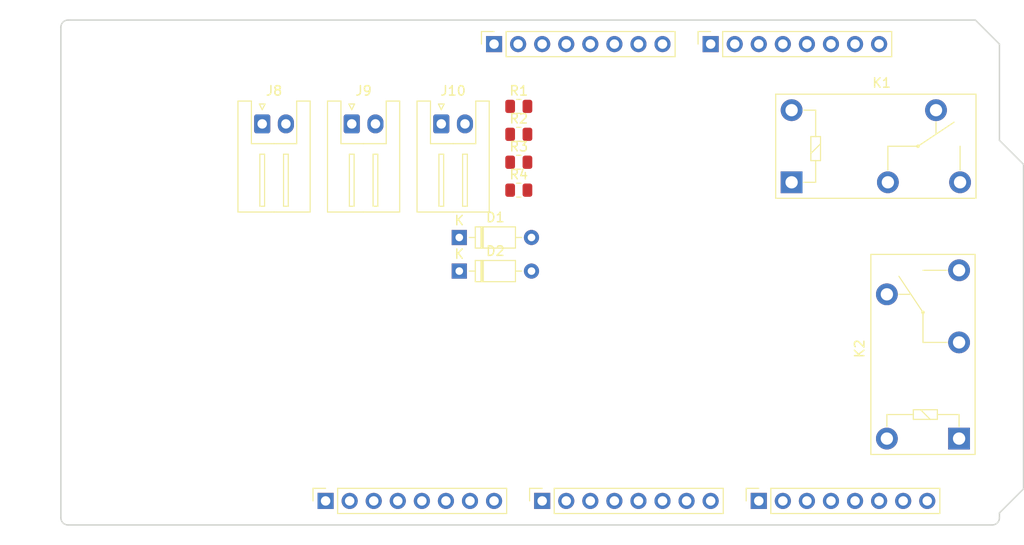
<source format=kicad_pcb>
(kicad_pcb (version 20221018) (generator pcbnew)
  (title_block (date "mar. 31 mars 2015"))
  (layers (0 "F.Cu" signal) (31 "B.Cu" signal) (34 "B.Paste" user) (35 "F.Paste" user) (36 "B.SilkS" user "B.Silkscreen") (37 "F.SilkS" user "F.Silkscreen") (38 "B.Mask" user) (39 "F.Mask" user) (44 "Edge.Cuts" user))
  (net 0 "")
  (net 1 "GND")
  (net 2 "+5V")
  (net 3 "/IOREF")
  (net 4 "/A0")
  (net 5 "/A1")
  (net 6 "/A2")
  (net 7 "/A3")
  (net 8 "/A4")
  (net 9 "/A5")
  (net 10 "/A6")
  (net 11 "/A7")
  (net 12 "/A8")
  (net 13 "/A9")
  (net 14 "/A10")
  (net 15 "/A11")
  (net 16 "/A12")
  (net 17 "/A13")
  (net 18 "/A14")
  (net 19 "/A15")
  (net 20 "/*7")
  (net 21 "/*6")
  (net 22 "/*5")
  (net 23 "/*4")
  (net 24 "/*3")
  (net 25 "/*2")
  (net 26 "/TX0{slash}1")
  (net 27 "/RX0{slash}0")
  (net 28 "+3V3")
  (net 29 "/TX3{slash}14")
  (net 30 "/RX3{slash}15")
  (net 31 "/TX2{slash}16")
  (net 32 "/RX2{slash}17")
  (net 33 "/TX1{slash}18")
  (net 34 "/RX1{slash}19")
  (net 35 "/SDA{slash}20")
  (net 36 "/SCL{slash}21")
  (net 37 "VCC")
  (net 38 "/~{RESET}")
  (footprint "Connector_PinSocket_2.54mm:PinSocket_1x08_P2.54mm_Vertical" (layer "F.Cu") (at 127.94 97.46 90)
    (fp_text reference "J1" hide)
    (fp_text value "Power")
    (fp_line (start -1.33 1.27) (end -1.33 19.11) (stroke (width 0.12)) (layer "F.SilkS"))
    (fp_line (start -1.33 1.27) (end 1.33 1.27) (stroke (width 0.12)) (layer "F.SilkS"))
    (fp_line (start -1.33 19.11) (end 1.33 19.11) (stroke (width 0.12)) (layer "F.SilkS"))
    (fp_line (start 0 -1.33) (end 1.33 -1.33) (stroke (width 0.12)) (layer "F.SilkS"))
    (fp_line (start 1.33 -1.33) (end 1.33 0) (stroke (width 0.12)) (layer "F.SilkS"))
    (fp_line (start 1.33 1.27) (end 1.33 19.11) (stroke (width 0.12)) (layer "F.SilkS"))
    (pad "1" thru_hole rect locked (at 0 0 90) (size 1.7 1.7) (drill 1) (layers "*.Cu" "*.Mask"))
    (pad "2" thru_hole oval locked (at 0 2.54 90) (size 1.7 1.7) (drill 1) (layers "*.Cu" "*.Mask") (net 3 "/IOREF"))
    (pad "3" thru_hole oval locked (at 0 5.08 90) (size 1.7 1.7) (drill 1) (layers "*.Cu" "*.Mask") (net 38 "/~{RESET}"))
    (pad "4" thru_hole oval locked (at 0 7.62 90) (size 1.7 1.7) (drill 1) (layers "*.Cu" "*.Mask") (net 28 "+3V3"))
    (pad "5" thru_hole oval locked (at 0 10.16 90) (size 1.7 1.7) (drill 1) (layers "*.Cu" "*.Mask") (net 2 "+5V"))
    (pad "6" thru_hole oval locked (at 0 12.7 90) (size 1.7 1.7) (drill 1) (layers "*.Cu" "*.Mask") (net 1 "GND"))
    (pad "7" thru_hole oval locked (at 0 15.24 90) (size 1.7 1.7) (drill 1) (layers "*.Cu" "*.Mask") (net 1 "GND"))
    (pad "8" thru_hole oval locked (at 0 17.78 90) (size 1.7 1.7) (drill 1) (layers "*.Cu" "*.Mask") (net 37 "VCC"))
  )
  (footprint "Connector_PinSocket_2.54mm:PinSocket_1x08_P2.54mm_Vertical" (layer "F.Cu") (at 150.8 97.46 90)
    (fp_text reference "J3" hide)
    (fp_text value "Analog")
    (fp_line (start -1.33 1.27) (end -1.33 19.11) (stroke (width 0.12)) (layer "F.SilkS"))
    (fp_line (start -1.33 1.27) (end 1.33 1.27) (stroke (width 0.12)) (layer "F.SilkS"))
    (fp_line (start -1.33 19.11) (end 1.33 19.11) (stroke (width 0.12)) (layer "F.SilkS"))
    (fp_line (start 0 -1.33) (end 1.33 -1.33) (stroke (width 0.12)) (layer "F.SilkS"))
    (fp_line (start 1.33 -1.33) (end 1.33 0) (stroke (width 0.12)) (layer "F.SilkS"))
    (fp_line (start 1.33 1.27) (end 1.33 19.11) (stroke (width 0.12)) (layer "F.SilkS"))
    (pad "1" thru_hole rect locked (at 0 0 90) (size 1.7 1.7) (drill 1) (layers "*.Cu" "*.Mask") (net 4 "/A0"))
    (pad "2" thru_hole oval locked (at 0 2.54 90) (size 1.7 1.7) (drill 1) (layers "*.Cu" "*.Mask") (net 5 "/A1"))
    (pad "3" thru_hole oval locked (at 0 5.08 90) (size 1.7 1.7) (drill 1) (layers "*.Cu" "*.Mask") (net 6 "/A2"))
    (pad "4" thru_hole oval locked (at 0 7.62 90) (size 1.7 1.7) (drill 1) (layers "*.Cu" "*.Mask") (net 7 "/A3"))
    (pad "5" thru_hole oval locked (at 0 10.16 90) (size 1.7 1.7) (drill 1) (layers "*.Cu" "*.Mask") (net 8 "/A4"))
    (pad "6" thru_hole oval locked (at 0 12.7 90) (size 1.7 1.7) (drill 1) (layers "*.Cu" "*.Mask") (net 9 "/A5"))
    (pad "7" thru_hole oval locked (at 0 15.24 90) (size 1.7 1.7) (drill 1) (layers "*.Cu" "*.Mask") (net 10 "/A6"))
    (pad "8" thru_hole oval locked (at 0 17.78 90) (size 1.7 1.7) (drill 1) (layers "*.Cu" "*.Mask") (net 11 "/A7"))
  )
  (footprint "Connector_PinSocket_2.54mm:PinSocket_1x08_P2.54mm_Vertical" (layer "F.Cu") (at 173.66 97.46 90)
    (fp_text reference "J5" hide)
    (fp_text value "Analog")
    (fp_line (start -1.33 1.27) (end -1.33 19.11) (stroke (width 0.12)) (layer "F.SilkS"))
    (fp_line (start -1.33 1.27) (end 1.33 1.27) (stroke (width 0.12)) (layer "F.SilkS"))
    (fp_line (start -1.33 19.11) (end 1.33 19.11) (stroke (width 0.12)) (layer "F.SilkS"))
    (fp_line (start 0 -1.33) (end 1.33 -1.33) (stroke (width 0.12)) (layer "F.SilkS"))
    (fp_line (start 1.33 -1.33) (end 1.33 0) (stroke (width 0.12)) (layer "F.SilkS"))
    (fp_line (start 1.33 1.27) (end 1.33 19.11) (stroke (width 0.12)) (layer "F.SilkS"))
    (pad "1" thru_hole rect locked (at 0 0 90) (size 1.7 1.7) (drill 1) (layers "*.Cu" "*.Mask") (net 12 "/A8"))
    (pad "2" thru_hole oval locked (at 0 2.54 90) (size 1.7 1.7) (drill 1) (layers "*.Cu" "*.Mask") (net 13 "/A9"))
    (pad "3" thru_hole oval locked (at 0 5.08 90) (size 1.7 1.7) (drill 1) (layers "*.Cu" "*.Mask") (net 14 "/A10"))
    (pad "4" thru_hole oval locked (at 0 7.62 90) (size 1.7 1.7) (drill 1) (layers "*.Cu" "*.Mask") (net 15 "/A11"))
    (pad "5" thru_hole oval locked (at 0 10.16 90) (size 1.7 1.7) (drill 1) (layers "*.Cu" "*.Mask") (net 16 "/A12"))
    (pad "6" thru_hole oval locked (at 0 12.7 90) (size 1.7 1.7) (drill 1) (layers "*.Cu" "*.Mask") (net 17 "/A13"))
    (pad "7" thru_hole oval locked (at 0 15.24 90) (size 1.7 1.7) (drill 1) (layers "*.Cu" "*.Mask") (net 18 "/A14"))
    (pad "8" thru_hole oval locked (at 0 17.78 90) (size 1.7 1.7) (drill 1) (layers "*.Cu" "*.Mask") (net 19 "/A15"))
  )
  (footprint "Connector_PinSocket_2.54mm:PinSocket_1x08_P2.54mm_Vertical" (layer "F.Cu") (at 145.72 49.2 90)
    (fp_text reference "J4" hide)
    (fp_text value "PWM")
    (fp_line (start -1.33 1.27) (end -1.33 19.11) (stroke (width 0.12)) (layer "F.SilkS"))
    (fp_line (start -1.33 1.27) (end 1.33 1.27) (stroke (width 0.12)) (layer "F.SilkS"))
    (fp_line (start -1.33 19.11) (end 1.33 19.11) (stroke (width 0.12)) (layer "F.SilkS"))
    (fp_line (start 0 -1.33) (end 1.33 -1.33) (stroke (width 0.12)) (layer "F.SilkS"))
    (fp_line (start 1.33 -1.33) (end 1.33 0) (stroke (width 0.12)) (layer "F.SilkS"))
    (fp_line (start 1.33 1.27) (end 1.33 19.11) (stroke (width 0.12)) (layer "F.SilkS"))
    (pad "1" thru_hole rect locked (at 0 0 90) (size 1.7 1.7) (drill 1) (layers "*.Cu" "*.Mask") (net 20 "/*7"))
    (pad "2" thru_hole oval locked (at 0 2.54 90) (size 1.7 1.7) (drill 1) (layers "*.Cu" "*.Mask") (net 21 "/*6"))
    (pad "3" thru_hole oval locked (at 0 5.08 90) (size 1.7 1.7) (drill 1) (layers "*.Cu" "*.Mask") (net 22 "/*5"))
    (pad "4" thru_hole oval locked (at 0 7.62 90) (size 1.7 1.7) (drill 1) (layers "*.Cu" "*.Mask") (net 23 "/*4"))
    (pad "5" thru_hole oval locked (at 0 10.16 90) (size 1.7 1.7) (drill 1) (layers "*.Cu" "*.Mask") (net 24 "/*3"))
    (pad "6" thru_hole oval locked (at 0 12.7 90) (size 1.7 1.7) (drill 1) (layers "*.Cu" "*.Mask") (net 25 "/*2"))
    (pad "7" thru_hole oval locked (at 0 15.24 90) (size 1.7 1.7) (drill 1) (layers "*.Cu" "*.Mask") (net 26 "/TX0{slash}1"))
    (pad "8" thru_hole oval locked (at 0 17.78 90) (size 1.7 1.7) (drill 1) (layers "*.Cu" "*.Mask") (net 27 "/RX0{slash}0"))
  )
  (footprint "Connector_PinSocket_2.54mm:PinSocket_1x08_P2.54mm_Vertical" (layer "F.Cu") (at 168.58 49.2 90)
    (fp_text reference "J6" hide)
    (fp_text value "Communication")
    (fp_line (start -1.33 1.27) (end -1.33 19.11) (stroke (width 0.12)) (layer "F.SilkS"))
    (fp_line (start -1.33 1.27) (end 1.33 1.27) (stroke (width 0.12)) (layer "F.SilkS"))
    (fp_line (start -1.33 19.11) (end 1.33 19.11) (stroke (width 0.12)) (layer "F.SilkS"))
    (fp_line (start 0 -1.33) (end 1.33 -1.33) (stroke (width 0.12)) (layer "F.SilkS"))
    (fp_line (start 1.33 -1.33) (end 1.33 0) (stroke (width 0.12)) (layer "F.SilkS"))
    (fp_line (start 1.33 1.27) (end 1.33 19.11) (stroke (width 0.12)) (layer "F.SilkS"))
    (pad "1" thru_hole rect locked (at 0 0 90) (size 1.7 1.7) (drill 1) (layers "*.Cu" "*.Mask") (net 29 "/TX3{slash}14"))
    (pad "2" thru_hole oval locked (at 0 2.54 90) (size 1.7 1.7) (drill 1) (layers "*.Cu" "*.Mask") (net 30 "/RX3{slash}15"))
    (pad "3" thru_hole oval locked (at 0 5.08 90) (size 1.7 1.7) (drill 1) (layers "*.Cu" "*.Mask") (net 31 "/TX2{slash}16"))
    (pad "4" thru_hole oval locked (at 0 7.62 90) (size 1.7 1.7) (drill 1) (layers "*.Cu" "*.Mask") (net 32 "/RX2{slash}17"))
    (pad "5" thru_hole oval locked (at 0 10.16 90) (size 1.7 1.7) (drill 1) (layers "*.Cu" "*.Mask") (net 33 "/TX1{slash}18"))
    (pad "6" thru_hole oval locked (at 0 12.7 90) (size 1.7 1.7) (drill 1) (layers "*.Cu" "*.Mask") (net 34 "/RX1{slash}19"))
    (pad "7" thru_hole oval locked (at 0 15.24 90) (size 1.7 1.7) (drill 1) (layers "*.Cu" "*.Mask") (net 35 "/SDA{slash}20"))
    (pad "8" thru_hole oval locked (at 0 17.78 90) (size 1.7 1.7) (drill 1) (layers "*.Cu" "*.Mask") (net 36 "/SCL{slash}21"))
  )
  (footprint "Diode_THT:D_DO-35_SOD27_P7.62mm_Horizontal" (layer "F.Cu") (at 142.05 73.18)
    (fp_text reference "D2" (at 3.81 -2.12) (layer "F.SilkS"))
    (fp_text value "1S953")
    (fp_text user "K" (at 0 -1.8) (layer "F.SilkS"))
    (fp_line (start 1.04 0) (end 1.69 0) (stroke (width 0.12)) (layer "F.SilkS"))
    (fp_line (start 1.69 -1.12) (end 1.69 1.12) (stroke (width 0.12)) (layer "F.SilkS"))
    (fp_line (start 1.69 1.12) (end 5.93 1.12) (stroke (width 0.12)) (layer "F.SilkS"))
    (fp_line (start 2.29 -1.12) (end 2.29 1.12) (stroke (width 0.12)) (layer "F.SilkS"))
    (fp_line (start 2.41 -1.12) (end 2.41 1.12) (stroke (width 0.12)) (layer "F.SilkS"))
    (fp_line (start 2.53 -1.12) (end 2.53 1.12) (stroke (width 0.12)) (layer "F.SilkS"))
    (fp_line (start 5.93 -1.12) (end 1.69 -1.12) (stroke (width 0.12)) (layer "F.SilkS"))
    (fp_line (start 5.93 1.12) (end 5.93 -1.12) (stroke (width 0.12)) (layer "F.SilkS"))
    (fp_line (start 6.58 0) (end 5.93 0) (stroke (width 0.12)) (layer "F.SilkS"))
    (pad "1" thru_hole rect (at 0 0) (size 1.6 1.6) (drill 0.8) (layers "*.Cu" "*.Mask"))
    (pad "2" thru_hole oval (at 7.62 0) (size 1.6 1.6) (drill 0.8) (layers "*.Cu" "*.Mask"))
  )
  (footprint "Resistor_SMD:R_0805_2012Metric" (layer "F.Cu") (at 148.33 61.68)
    (fp_text reference "R3" (at 0 -1.65) (layer "F.SilkS"))
    (fp_text value "10k")
    (fp_line (start -0.227064 -0.735) (end 0.227064 -0.735) (stroke (width 0.12)) (layer "F.SilkS"))
    (fp_line (start -0.227064 0.735) (end 0.227064 0.735) (stroke (width 0.12)) (layer "F.SilkS"))
    (pad "1" smd roundrect (at -0.9125 0) (size 1.025 1.4) (layers "F.Cu" "F.Paste" "F.Mask") (roundrect_rratio 0.243902))
    (pad "2" smd roundrect (at 0.9125 0) (size 1.025 1.4) (layers "F.Cu" "F.Paste" "F.Mask") (roundrect_rratio 0.243902))
  )
  (footprint "Arduino_MountingHole:MountingHole_3.2mm" (layer "F.Cu") (at 196.52 97.46)
    (fp_text reference "MH6" hide)
    (fp_text value "MountingHole_3.2mm" hide)
    (pad "" np_thru_hole circle locked (at 0 0) (size 3.2 3.2) (drill 3.2) (layers "*.Cu" "*.Mask"))
  )
  (footprint "Connector_JST:JST_XH_S2B-XH-A_1x02_P2.50mm_Horizontal" (layer "F.Cu") (at 130.7 57.63)
    (fp_text reference "J9" (at 1.25 -3.5) (layer "F.SilkS"))
    (fp_text value "Conn_01x02_Pin")
    (fp_line (start -2.56 -2.41) (end -1.14 -2.41) (stroke (width 0.12)) (layer "F.SilkS"))
    (fp_line (start -2.56 9.31) (end -2.56 -2.41) (stroke (width 0.12)) (layer "F.SilkS"))
    (fp_line (start -1.14 -2.41) (end -1.14 2.09) (stroke (width 0.12)) (layer "F.SilkS"))
    (fp_line (start -1.14 2.09) (end 1.25 2.09) (stroke (width 0.12)) (layer "F.SilkS"))
    (fp_line (start -0.3 -2.1) (end 0.3 -2.1) (stroke (width 0.12)) (layer "F.SilkS"))
    (fp_line (start -0.25 3.2) (end -0.25 8.7) (stroke (width 0.12)) (layer "F.SilkS"))
    (fp_line (start -0.25 8.7) (end 0.25 8.7) (stroke (width 0.12)) (layer "F.SilkS"))
    (fp_line (start 0 -1.5) (end -0.3 -2.1) (stroke (width 0.12)) (layer "F.SilkS"))
    (fp_line (start 0.25 3.2) (end -0.25 3.2) (stroke (width 0.12)) (layer "F.SilkS"))
    (fp_line (start 0.25 8.7) (end 0.25 3.2) (stroke (width 0.12)) (layer "F.SilkS"))
    (fp_line (start 0.3 -2.1) (end 0 -1.5) (stroke (width 0.12)) (layer "F.SilkS"))
    (fp_line (start 1.25 9.31) (end -2.56 9.31) (stroke (width 0.12)) (layer "F.SilkS"))
    (fp_line (start 1.25 9.31) (end 5.06 9.31) (stroke (width 0.12)) (layer "F.SilkS"))
    (fp_line (start 2.25 3.2) (end 2.25 8.7) (stroke (width 0.12)) (layer "F.SilkS"))
    (fp_line (start 2.25 8.7) (end 2.75 8.7) (stroke (width 0.12)) (layer "F.SilkS"))
    (fp_line (start 2.75 3.2) (end 2.25 3.2) (stroke (width 0.12)) (layer "F.SilkS"))
    (fp_line (start 2.75 8.7) (end 2.75 3.2) (stroke (width 0.12)) (layer "F.SilkS"))
    (fp_line (start 3.64 -2.41) (end 3.64 2.09) (stroke (width 0.12)) (layer "F.SilkS"))
    (fp_line (start 3.64 2.09) (end 1.25 2.09) (stroke (width 0.12)) (layer "F.SilkS"))
    (fp_line (start 5.06 -2.41) (end 3.64 -2.41) (stroke (width 0.12)) (layer "F.SilkS"))
    (fp_line (start 5.06 9.31) (end 5.06 -2.41) (stroke (width 0.12)) (layer "F.SilkS"))
    (pad "1" thru_hole roundrect (at 0 0) (size 1.7 2) (drill 1) (layers "*.Cu" "*.Mask") (roundrect_rratio 0.147059))
    (pad "2" thru_hole oval (at 2.5 0) (size 1.7 2) (drill 1) (layers "*.Cu" "*.Mask"))
  )
  (footprint "Resistor_SMD:R_0805_2012Metric" (layer "F.Cu") (at 148.33 55.78)
    (fp_text reference "R1" (at 0 -1.65) (layer "F.SilkS"))
    (fp_text value "10k")
    (fp_line (start -0.227064 -0.735) (end 0.227064 -0.735) (stroke (width 0.12)) (layer "F.SilkS"))
    (fp_line (start -0.227064 0.735) (end 0.227064 0.735) (stroke (width 0.12)) (layer "F.SilkS"))
    (pad "1" smd roundrect (at -0.9125 0) (size 1.025 1.4) (layers "F.Cu" "F.Paste" "F.Mask") (roundrect_rratio 0.243902))
    (pad "2" smd roundrect (at 0.9125 0) (size 1.025 1.4) (layers "F.Cu" "F.Paste" "F.Mask") (roundrect_rratio 0.243902))
  )
  (footprint "Resistor_SMD:R_0805_2012Metric" (layer "F.Cu") (at 148.33 64.63)
    (fp_text reference "R4" (at 0 -1.65) (layer "F.SilkS"))
    (fp_text value "10k")
    (fp_line (start -0.227064 -0.735) (end 0.227064 -0.735) (stroke (width 0.12)) (layer "F.SilkS"))
    (fp_line (start -0.227064 0.735) (end 0.227064 0.735) (stroke (width 0.12)) (layer "F.SilkS"))
    (pad "1" smd roundrect (at -0.9125 0) (size 1.025 1.4) (layers "F.Cu" "F.Paste" "F.Mask") (roundrect_rratio 0.243902))
    (pad "2" smd roundrect (at 0.9125 0) (size 1.025 1.4) (layers "F.Cu" "F.Paste" "F.Mask") (roundrect_rratio 0.243902))
  )
  (footprint "Connector_JST:JST_XH_S2B-XH-A_1x02_P2.50mm_Horizontal" (layer "F.Cu") (at 121.25 57.63)
    (fp_text reference "J8" (at 1.25 -3.5) (layer "F.SilkS"))
    (fp_text value "Conn_01x02_Pin")
    (fp_line (start -2.56 -2.41) (end -1.14 -2.41) (stroke (width 0.12)) (layer "F.SilkS"))
    (fp_line (start -2.56 9.31) (end -2.56 -2.41) (stroke (width 0.12)) (layer "F.SilkS"))
    (fp_line (start -1.14 -2.41) (end -1.14 2.09) (stroke (width 0.12)) (layer "F.SilkS"))
    (fp_line (start -1.14 2.09) (end 1.25 2.09) (stroke (width 0.12)) (layer "F.SilkS"))
    (fp_line (start -0.3 -2.1) (end 0.3 -2.1) (stroke (width 0.12)) (layer "F.SilkS"))
    (fp_line (start -0.25 3.2) (end -0.25 8.7) (stroke (width 0.12)) (layer "F.SilkS"))
    (fp_line (start -0.25 8.7) (end 0.25 8.7) (stroke (width 0.12)) (layer "F.SilkS"))
    (fp_line (start 0 -1.5) (end -0.3 -2.1) (stroke (width 0.12)) (layer "F.SilkS"))
    (fp_line (start 0.25 3.2) (end -0.25 3.2) (stroke (width 0.12)) (layer "F.SilkS"))
    (fp_line (start 0.25 8.7) (end 0.25 3.2) (stroke (width 0.12)) (layer "F.SilkS"))
    (fp_line (start 0.3 -2.1) (end 0 -1.5) (stroke (width 0.12)) (layer "F.SilkS"))
    (fp_line (start 1.25 9.31) (end -2.56 9.31) (stroke (width 0.12)) (layer "F.SilkS"))
    (fp_line (start 1.25 9.31) (end 5.06 9.31) (stroke (width 0.12)) (layer "F.SilkS"))
    (fp_line (start 2.25 3.2) (end 2.25 8.7) (stroke (width 0.12)) (layer "F.SilkS"))
    (fp_line (start 2.25 8.7) (end 2.75 8.7) (stroke (width 0.12)) (layer "F.SilkS"))
    (fp_line (start 2.75 3.2) (end 2.25 3.2) (stroke (width 0.12)) (layer "F.SilkS"))
    (fp_line (start 2.75 8.7) (end 2.75 3.2) (stroke (width 0.12)) (layer "F.SilkS"))
    (fp_line (start 3.64 -2.41) (end 3.64 2.09) (stroke (width 0.12)) (layer "F.SilkS"))
    (fp_line (start 3.64 2.09) (end 1.25 2.09) (stroke (width 0.12)) (layer "F.SilkS"))
    (fp_line (start 5.06 -2.41) (end 3.64 -2.41) (stroke (width 0.12)) (layer "F.SilkS"))
    (fp_line (start 5.06 9.31) (end 5.06 -2.41) (stroke (width 0.12)) (layer "F.SilkS"))
    (pad "1" thru_hole roundrect (at 0 0) (size 1.7 2) (drill 1) (layers "*.Cu" "*.Mask") (roundrect_rratio 0.147059))
    (pad "2" thru_hole oval (at 2.5 0) (size 1.7 2) (drill 1) (layers "*.Cu" "*.Mask"))
  )
  (footprint "Connector_JST:JST_XH_S2B-XH-A_1x02_P2.50mm_Horizontal" (layer "F.Cu") (at 140.15 57.63)
    (fp_text reference "J10" (at 1.25 -3.5) (layer "F.SilkS"))
    (fp_text value "Conn_01x02_Pin")
    (fp_line (start -2.56 -2.41) (end -1.14 -2.41) (stroke (width 0.12)) (layer "F.SilkS"))
    (fp_line (start -2.56 9.31) (end -2.56 -2.41) (stroke (width 0.12)) (layer "F.SilkS"))
    (fp_line (start -1.14 -2.41) (end -1.14 2.09) (stroke (width 0.12)) (layer "F.SilkS"))
    (fp_line (start -1.14 2.09) (end 1.25 2.09) (stroke (width 0.12)) (layer "F.SilkS"))
    (fp_line (start -0.3 -2.1) (end 0.3 -2.1) (stroke (width 0.12)) (layer "F.SilkS"))
    (fp_line (start -0.25 3.2) (end -0.25 8.7) (stroke (width 0.12)) (layer "F.SilkS"))
    (fp_line (start -0.25 8.7) (end 0.25 8.7) (stroke (width 0.12)) (layer "F.SilkS"))
    (fp_line (start 0 -1.5) (end -0.3 -2.1) (stroke (width 0.12)) (layer "F.SilkS"))
    (fp_line (start 0.25 3.2) (end -0.25 3.2) (stroke (width 0.12)) (layer "F.SilkS"))
    (fp_line (start 0.25 8.7) (end 0.25 3.2) (stroke (width 0.12)) (layer "F.SilkS"))
    (fp_line (start 0.3 -2.1) (end 0 -1.5) (stroke (width 0.12)) (layer "F.SilkS"))
    (fp_line (start 1.25 9.31) (end -2.56 9.31) (stroke (width 0.12)) (layer "F.SilkS"))
    (fp_line (start 1.25 9.31) (end 5.06 9.31) (stroke (width 0.12)) (layer "F.SilkS"))
    (fp_line (start 2.25 3.2) (end 2.25 8.7) (stroke (width 0.12)) (layer "F.SilkS"))
    (fp_line (start 2.25 8.7) (end 2.75 8.7) (stroke (width 0.12)) (layer "F.SilkS"))
    (fp_line (start 2.75 3.2) (end 2.25 3.2) (stroke (width 0.12)) (layer "F.SilkS"))
    (fp_line (start 2.75 8.7) (end 2.75 3.2) (stroke (width 0.12)) (layer "F.SilkS"))
    (fp_line (start 3.64 -2.41) (end 3.64 2.09) (stroke (width 0.12)) (layer "F.SilkS"))
    (fp_line (start 3.64 2.09) (end 1.25 2.09) (stroke (width 0.12)) (layer "F.SilkS"))
    (fp_line (start 5.06 -2.41) (end 3.64 -2.41) (stroke (width 0.12)) (layer "F.SilkS"))
    (fp_line (start 5.06 9.31) (end 5.06 -2.41) (stroke (width 0.12)) (layer "F.SilkS"))
    (pad "1" thru_hole roundrect (at 0 0) (size 1.7 2) (drill 1) (layers "*.Cu" "*.Mask") (roundrect_rratio 0.147059))
    (pad "2" thru_hole oval (at 2.5 0) (size 1.7 2) (drill 1) (layers "*.Cu" "*.Mask"))
  )
  (footprint "Arduino_MountingHole:MountingHole_3.2mm" (layer "F.Cu") (at 115.24 49.2)
    (fp_text reference "MH1" hide)
    (fp_text value "MountingHole_3.2mm" hide)
    (pad "" np_thru_hole circle locked (at 0 0) (size 3.2 3.2) (drill 3.2) (layers "*.Cu" "*.Mask"))
  )
  (footprint "Relay_THT:Relay_SPDT_Omron-G5Q-1" (layer "F.Cu") (at 194.8 90.875 90)
    (fp_text reference "K2" (at 9.5 -10.5 90) (layer "F.SilkS"))
    (fp_text value "G5Q-1")
    (fp_line (start -1.68 -9.31) (end 19.46 -9.31) (stroke (width 0.12)) (layer "F.SilkS"))
    (fp_line (start -1.68 1.69) (end -1.68 -9.31) (stroke (width 0.12)) (layer "F.SilkS"))
    (fp_line (start -1.68 1.69) (end 19.46 1.69) (stroke (width 0.12)) (layer "F.SilkS"))
    (fp_line (start 1.27 0) (end 2.54 0) (stroke (width 0.12)) (layer "F.SilkS"))
    (fp_line (start 2.03 -4.83) (end 2.54 -4.83) (stroke (width 0.12)) (layer "F.SilkS"))
    (fp_line (start 2.03 -3.05) (end 3.05 -4.06) (stroke (width 0.12)) (layer "F.SilkS"))
    (fp_line (start 2.03 -2.29) (end 2.03 -4.83) (stroke (width 0.12)) (layer "F.SilkS"))
    (fp_line (start 2.54 -7.62) (end 1.27 -7.62) (stroke (width 0.12)) (layer "F.SilkS"))
    (fp_line (start 2.54 -4.83) (end 2.54 -7.62) (stroke (width 0.12)) (layer "F.SilkS"))
    (fp_line (start 2.54 -4.83) (end 3.05 -4.83) (stroke (width 0.12)) (layer "F.SilkS"))
    (fp_line (start 2.54 -2.29) (end 2.03 -2.29) (stroke (width 0.12)) (layer "F.SilkS"))
    (fp_line (start 2.54 0) (end 2.54 -2.29) (stroke (width 0.12)) (layer "F.SilkS"))
    (fp_line (start 3.05 -4.83) (end 3.05 -2.29) (stroke (width 0.12)) (layer "F.SilkS"))
    (fp_line (start 3.05 -2.29) (end 2.54 -2.29) (stroke (width 0.12)) (layer "F.SilkS"))
    (fp_line (start 10.16 -3.81) (end 13.335 -3.81) (stroke (width 0.12)) (layer "F.SilkS"))
    (fp_line (start 10.16 -1.27) (end 10.16 -3.81) (stroke (width 0.12)) (layer "F.SilkS"))
    (fp_line (start 13.335 -3.81) (end 17.145 -6.35) (stroke (width 0.12)) (layer "F.SilkS"))
    (fp_line (start 15.24 -6.35) (end 15.24 -5.08) (stroke (width 0.12)) (layer "F.SilkS"))
    (fp_line (start 17.78 -1.27) (end 17.78 -3.81) (stroke (width 0.12)) (layer "F.SilkS"))
    (fp_line (start 19.46 1.69) (end 19.46 -9.31) (stroke (width 0.12)) (layer "F.SilkS"))
    (fp_circle (center 13.335 -3.81) (end 13.462 -3.81) (stroke (width 0.12)) (fill none) (layer "F.SilkS"))
    (pad "1" thru_hole rect (at 0 0 270) (size 2.3 2.3) (drill 1.3) (layers "*.Cu" "*.Mask"))
    (pad "2" thru_hole circle (at 10.16 0 270) (size 2.3 2.3) (drill 1.3) (layers "*.Cu" "*.Mask"))
    (pad "3" thru_hole circle (at 17.78 0 270) (size 2.3 2.3) (drill 1.3) (layers "*.Cu" "*.Mask"))
    (pad "4" thru_hole circle (at 15.24 -7.62 270) (size 2.3 2.3) (drill 1.3) (layers "*.Cu" "*.Mask"))
    (pad "5" thru_hole circle (at 0 -7.62 270) (size 2.3 2.3) (drill 1.3) (layers "*.Cu" "*.Mask"))
  )
  (footprint "Resistor_SMD:R_0805_2012Metric" (layer "F.Cu") (at 148.33 58.73)
    (fp_text reference "R2" (at 0 -1.65) (layer "F.SilkS"))
    (fp_text value "10k")
    (fp_line (start -0.227064 -0.735) (end 0.227064 -0.735) (stroke (width 0.12)) (layer "F.SilkS"))
    (fp_line (start -0.227064 0.735) (end 0.227064 0.735) (stroke (width 0.12)) (layer "F.SilkS"))
    (pad "1" smd roundrect (at -0.9125 0) (size 1.025 1.4) (layers "F.Cu" "F.Paste" "F.Mask") (roundrect_rratio 0.243902))
    (pad "2" smd roundrect (at 0.9125 0) (size 1.025 1.4) (layers "F.Cu" "F.Paste" "F.Mask") (roundrect_rratio 0.243902))
  )
  (footprint "Arduino_MountingHole:MountingHole_3.2mm" (layer "F.Cu") (at 113.97 97.46)
    (fp_text reference "MH2" hide)
    (fp_text value "MountingHole_3.2mm" hide)
    (pad "" np_thru_hole circle locked (at 0 0) (size 3.2 3.2) (drill 3.2) (layers "*.Cu" "*.Mask"))
  )
  (footprint "Diode_THT:D_DO-35_SOD27_P7.62mm_Horizontal" (layer "F.Cu") (at 142.05 69.63)
    (fp_text reference "D1" (at 3.81 -2.12) (layer "F.SilkS"))
    (fp_text value "1S953")
    (fp_text user "K" (at 0 -1.8) (layer "F.SilkS"))
    (fp_line (start 1.04 0) (end 1.69 0) (stroke (width 0.12)) (layer "F.SilkS"))
    (fp_line (start 1.69 -1.12) (end 1.69 1.12) (stroke (width 0.12)) (layer "F.SilkS"))
    (fp_line (start 1.69 1.12) (end 5.93 1.12) (stroke (width 0.12)) (layer "F.SilkS"))
    (fp_line (start 2.29 -1.12) (end 2.29 1.12) (stroke (width 0.12)) (layer "F.SilkS"))
    (fp_line (start 2.41 -1.12) (end 2.41 1.12) (stroke (width 0.12)) (layer "F.SilkS"))
    (fp_line (start 2.53 -1.12) (end 2.53 1.12) (stroke (width 0.12)) (layer "F.SilkS"))
    (fp_line (start 5.93 -1.12) (end 1.69 -1.12) (stroke (width 0.12)) (layer "F.SilkS"))
    (fp_line (start 5.93 1.12) (end 5.93 -1.12) (stroke (width 0.12)) (layer "F.SilkS"))
    (fp_line (start 6.58 0) (end 5.93 0) (stroke (width 0.12)) (layer "F.SilkS"))
    (pad "1" thru_hole rect (at 0 0) (size 1.6 1.6) (drill 0.8) (layers "*.Cu" "*.Mask"))
    (pad "2" thru_hole oval (at 7.62 0) (size 1.6 1.6) (drill 0.8) (layers "*.Cu" "*.Mask"))
  )
  (footprint "Arduino_MountingHole:MountingHole_3.2mm" (layer "F.Cu") (at 166.04 64.44)
    (fp_text reference "MH3" hide)
    (fp_text value "MountingHole_3.2mm" hide)
    (pad "" np_thru_hole circle locked (at 0 0) (size 3.2 3.2) (drill 3.2) (layers "*.Cu" "*.Mask"))
  )
  (footprint "Arduino_MountingHole:MountingHole_3.2mm" (layer "F.Cu") (at 166.04 92.38)
    (fp_text reference "MH4" hide)
    (fp_text value "MountingHole_3.2mm" hide)
    (pad "" np_thru_hole circle locked (at 0 0) (size 3.2 3.2) (drill 3.2) (layers "*.Cu" "*.Mask"))
  )
  (footprint "Relay_THT:Relay_SPDT_Omron-G5Q-1" (layer "F.Cu") (at 177.125 63.8)
    (fp_text reference "K1" (at 9.5 -10.5 180) (layer "F.SilkS"))
    (fp_text value "G5Q-1")
    (fp_line (start -1.68 -9.31) (end 19.46 -9.31) (stroke (width 0.12)) (layer "F.SilkS"))
    (fp_line (start -1.68 1.69) (end -1.68 -9.31) (stroke (width 0.12)) (layer "F.SilkS"))
    (fp_line (start -1.68 1.69) (end 19.46 1.69) (stroke (width 0.12)) (layer "F.SilkS"))
    (fp_line (start 1.27 0) (end 2.54 0) (stroke (width 0.12)) (layer "F.SilkS"))
    (fp_line (start 2.03 -4.83) (end 2.54 -4.83) (stroke (width 0.12)) (layer "F.SilkS"))
    (fp_line (start 2.03 -3.05) (end 3.05 -4.06) (stroke (width 0.12)) (layer "F.SilkS"))
    (fp_line (start 2.03 -2.29) (end 2.03 -4.83) (stroke (width 0.12)) (layer "F.SilkS"))
    (fp_line (start 2.54 -7.62) (end 1.27 -7.62) (stroke (width 0.12)) (layer "F.SilkS"))
    (fp_line (start 2.54 -4.83) (end 2.54 -7.62) (stroke (width 0.12)) (layer "F.SilkS"))
    (fp_line (start 2.54 -4.83) (end 3.05 -4.83) (stroke (width 0.12)) (layer "F.SilkS"))
    (fp_line (start 2.54 -2.29) (end 2.03 -2.29) (stroke (width 0.12)) (layer "F.SilkS"))
    (fp_line (start 2.54 0) (end 2.54 -2.29) (stroke (width 0.12)) (layer "F.SilkS"))
    (fp_line (start 3.05 -4.83) (end 3.05 -2.29) (stroke (width 0.12)) (layer "F.SilkS"))
    (fp_line (start 3.05 -2.29) (end 2.54 -2.29) (stroke (width 0.12)) (layer "F.SilkS"))
    (fp_line (start 10.16 -3.81) (end 13.335 -3.81) (stroke (width 0.12)) (layer "F.SilkS"))
    (fp_line (start 10.16 -1.27) (end 10.16 -3.81) (stroke (width 0.12)) (layer "F.SilkS"))
    (fp_line (start 13.335 -3.81) (end 17.145 -6.35) (stroke (width 0.12)) (layer "F.SilkS"))
    (fp_line (start 15.24 -6.35) (end 15.24 -5.08) (stroke (width 0.12)) (layer "F.SilkS"))
    (fp_line (start 17.78 -1.27) (end 17.78 -3.81) (stroke (width 0.12)) (layer "F.SilkS"))
    (fp_line (start 19.46 1.69) (end 19.46 -9.31) (stroke (width 0.12)) (layer "F.SilkS"))
    (fp_circle (center 13.335 -3.81) (end 13.462 -3.81) (stroke (width 0.12)) (fill none) (layer "F.SilkS"))
    (pad "1" thru_hole rect (at 0 0 180) (size 2.3 2.3) (drill 1.3) (layers "*.Cu" "*.Mask"))
    (pad "2" thru_hole circle (at 10.16 0 180) (size 2.3 2.3) (drill 1.3) (layers "*.Cu" "*.Mask"))
    (pad "3" thru_hole circle (at 17.78 0 180) (size 2.3 2.3) (drill 1.3) (layers "*.Cu" "*.Mask"))
    (pad "4" thru_hole circle (at 15.24 -7.62 180) (size 2.3 2.3) (drill 1.3) (layers "*.Cu" "*.Mask"))
    (pad "5" thru_hole circle (at 0 -7.62 180) (size 2.3 2.3) (drill 1.3) (layers "*.Cu" "*.Mask"))
  )
  (footprint "Arduino_MountingHole:MountingHole_3.2mm" (layer "F.Cu") (at 190.17 49.2)
    (fp_text reference "MH5" hide)
    (fp_text value "MountingHole_3.2mm" hide)
    (pad "" np_thru_hole circle locked (at 0 0) (size 3.2 3.2) (drill 3.2) (layers "*.Cu" "*.Mask"))
  )
  (gr_line (start 199.06 59.36) (end 201.6 61.9) (stroke (width 0.15)) (layer "Edge.Cuts"))
  (gr_line (start 100 99.238) (end 100 47.422) (stroke (width 0.15)) (layer "Edge.Cuts"))
  (gr_line (start 201.6 61.9) (end 201.6 96.19) (stroke (width 0.15)) (layer "Edge.Cuts"))
  (gr_line (start 198.298 100) (end 100.762 100) (stroke (width 0.15)) (layer "Edge.Cuts"))
  (gr_line (start 100.762 46.66) (end 196.52 46.66) (stroke (width 0.15)) (layer "Edge.Cuts"))
  (gr_arc (start 100.762 100) (mid 100.223185 99.776815) (end 100 99.238) (stroke (width 0.15)) (layer "Edge.Cuts"))
  (gr_line (start 201.6 96.19) (end 199.06 98.73) (stroke (width 0.15)) (layer "Edge.Cuts"))
  (gr_line (start 196.52 46.66) (end 199.06 49.2) (stroke (width 0.15)) (layer "Edge.Cuts"))
  (gr_arc (start 199.06 99.238) (mid 198.836815 99.776815) (end 198.298 100) (stroke (width 0.15)) (layer "Edge.Cuts"))
  (gr_line (start 199.06 49.2) (end 199.06 59.36) (stroke (width 0.15)) (layer "Edge.Cuts"))
  (gr_line (start 199.06 98.73) (end 199.06 99.238) (stroke (width 0.15)) (layer "Edge.Cuts"))
  (gr_arc (start 100 47.422) (mid 100.223185 46.883185) (end 100.762 46.66) (stroke (width 0.15)) (layer "Edge.Cuts"))
)
</source>
